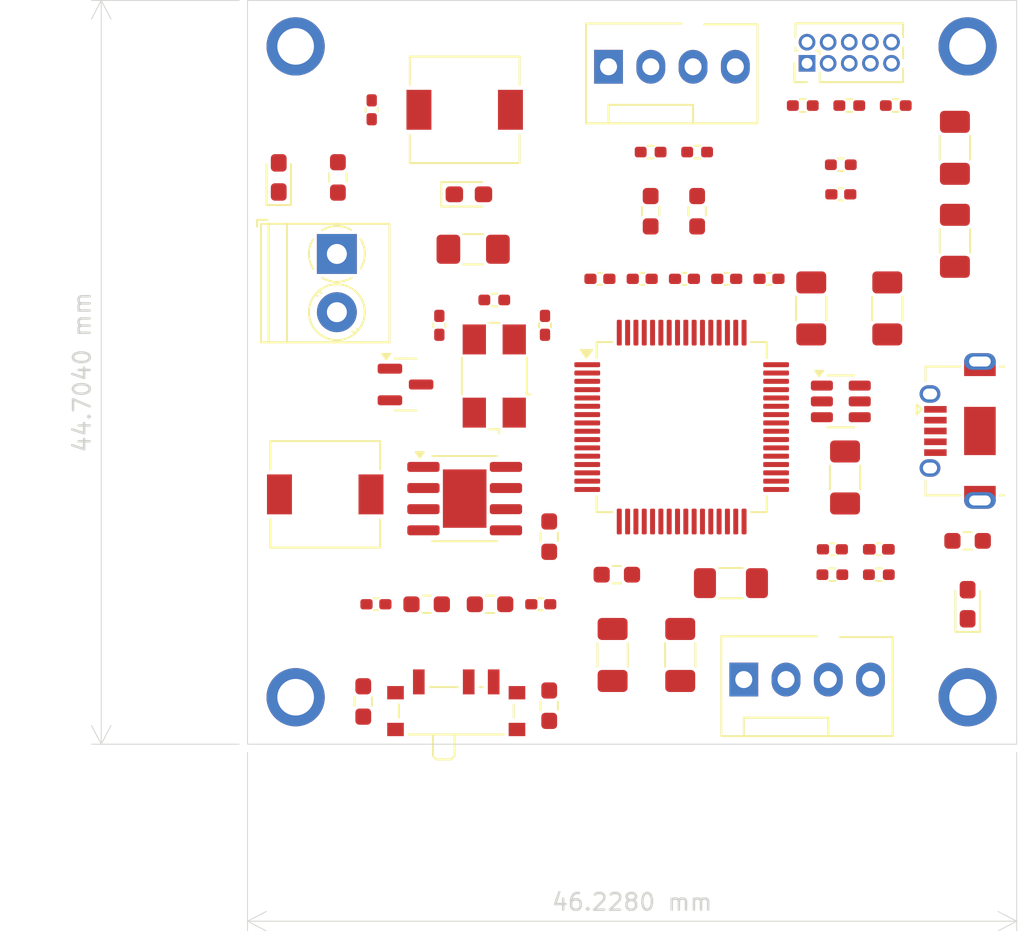
<source format=kicad_pcb>
(kicad_pcb (version 20240108) (generator "pcbnew") (generator_version "8.0")
  (layers (0 "F.Cu" signal) (1 "In1.Cu" power) (2 "In2.Cu" power) (31 "B.Cu" signal) (34 "B.Paste" user) (35 "F.Paste" user) (36 "B.SilkS" user "B.Silkscreen") (37 "F.SilkS" user "F.Silkscreen") (38 "B.Mask" user) (39 "F.Mask" user) (44 "Edge.Cuts" user))
  (net 0 "")
  (net 1 "Net-(U1-VCAP_1)")
  (net 2 "GND")
  (net 3 "Net-(U1-VCAP_2)")
  (net 4 "HSE_IN")
  (net 5 "+3.3VA")
  (net 6 "Net-(C11-Pad1)")
  (net 7 "Net-(C13-Pad2)")
  (net 8 "Buck_COMP")
  (net 9 "Buck_SS")
  (net 10 "Buck_IN")
  (net 11 "Net-(U2-SW)")
  (net 12 "Net-(U2-BS)")
  (net 13 "Net-(J5-~{RESET})")
  (net 14 "Net-(D2-K)")
  (net 15 "LED_STATUS")
  (net 16 "Net-(D3-K)")
  (net 17 "P,+12")
  (net 18 "Net-(Q1-D)")
  (net 20 "USB_Conn_D+")
  (net 21 "USB_Conn_D-")
  (net 23 "Net-(J3-Pin_2)")
  (net 24 "Net-(J3-Pin_3)")
  (net 25 "Net-(J4-Pin_2)")
  (net 26 "Net-(J4-Pin_3)")
  (net 28 "Net-(J5-SWO{slash}TDO)")
  (net 29 "Net-(J5-SWDIO{slash}TMS)")
  (net 30 "Net-(J5-SWCLK{slash}TCK)")
  (net 32 "BOOT0")
  (net 33 "Net-(SW1-B)")
  (net 34 "I2C1_SCL")
  (net 35 "Buck_EN")
  (net 36 "HSE_OUT")
  (net 37 "I2C1_SDA")
  (net 38 "USART3_TX")
  (net 39 "USART3_RX")
  (net 40 "Buck_FB")
  (net 41 "SWCLK")
  (net 42 "SWDIO")
  (net 43 "SWO")
  (net 44 "NRST")
  (net 45 "USB_D+")
  (net 72 "USB_D-")
  (footprint "MountingHole:MountingHole_2.2mm_M2_ISO7380_Pad" (layer "F.Cu") (at 133.604 73.914)
    (property "Reference" "H2" (hide yes))
    (property "Value" "MountingHole_Pad" (hide yes))
    (pad "1" thru_hole circle (at 0 0) (size 3.5 3.5) (drill 2.2) (layers "*.Cu" "*.Mask") (net 2 "GND"))
  )
  (footprint "Resistor_SMD:R_0603_1608Metric_Pad0.98x0.95mm_HandSolder" (layer "F.Cu") (at 173.99 103.632)
    (property "Reference" "R1" (hide yes))
    (property "Value" "1k5")
    (pad "1" smd roundrect (at -0.9125 0) (size 0.975 0.95) (layers "F.Cu" "F.Paste" "F.Mask") (net 14 "Net-(D2-K)"))
    (pad "2" smd roundrect (at 0.9125 0) (size 0.975 0.95) (layers "F.Cu" "F.Paste" "F.Mask") (net 2 "GND"))
  )
  (footprint "TerminalBlock_Phoenix:TerminalBlock_Phoenix_PT-1,5-2-3.5-H_1x02_P3.50mm_Horizontal" (layer "F.Cu") (at 136.082 86.388 -90)
    (property "Reference" "J1" (hide yes))
    (property "Value" "Screw_Terminal_01x02" (hide yes))
    (pad "1" thru_hole rect (at 0 0 270) (size 2.4 2.4) (drill 1.2) (layers "*.Cu" "*.Mask") (net 17 "P,+12"))
    (pad "2" thru_hole circle (at 3.5 0 270) (size 2.4 2.4) (drill 1.2) (layers "*.Cu" "*.Mask") (net 2 "GND"))
  )
  (footprint "Inductor_SMD:L_6.3x6.3_H3" (layer "F.Cu") (at 135.382 100.838)
    (property "Reference" "FB1" (hide yes))
    (property "Value" "600 @ 600MHz")
    (pad "1" smd rect (at -2.75 0) (size 1.5 2.4) (layers "F.Cu" "F.Paste" "F.Mask") (net 10 "Buck_IN"))
    (pad "2" smd rect (at 2.75 0) (size 1.5 2.4) (layers "F.Cu" "F.Paste" "F.Mask") (net 10 "Buck_IN"))
  )
  (footprint "Resistor_SMD:R_0402_1005Metric_Pad0.72x0.64mm_HandSolder" (layer "F.Cu") (at 145.542 89.154)
    (property "Reference" "R6" (hide yes))
    (property "Value" "47")
    (pad "1" smd roundrect (at -0.5975 0) (size 0.715 0.64) (layers "F.Cu" "F.Paste" "F.Mask") (net 36 "HSE_OUT"))
    (pad "2" smd roundrect (at 0.5975 0) (size 0.715 0.64) (layers "F.Cu" "F.Paste" "F.Mask") (net 6 "Net-(C11-Pad1)"))
  )
  (footprint "LED_SMD:LED_0603_1608Metric_Pad1.05x0.95mm_HandSolder" (layer "F.Cu") (at 132.588 81.788 90)
    (property "Reference" "D3" (hide yes))
    (property "Value" "LED_Small" (hide yes))
    (pad "1" smd roundrect (at -0.875 0 90) (size 1.05 0.95) (layers "F.Cu" "F.Paste" "F.Mask") (net 16 "Net-(D3-K)"))
    (pad "2" smd roundrect (at 0.875 0 90) (size 1.05 0.95) (layers "F.Cu" "F.Paste" "F.Mask") (net 5 "+3.3VA"))
  )
  (footprint "Inductor_SMD:L_6.3x6.3_H3" (layer "F.Cu") (at 143.764 77.724)
    (property "Reference" "L2" (hide yes))
    (property "Value" "15u")
    (pad "1" smd rect (at -2.75 0) (size 1.5 2.4) (layers "F.Cu" "F.Paste" "F.Mask") (net 11 "Net-(U2-SW)"))
    (pad "2" smd rect (at 2.75 0) (size 1.5 2.4) (layers "F.Cu" "F.Paste" "F.Mask") (net 5 "+3.3VA"))
  )
  (footprint "Resistor_SMD:R_0603_1608Metric_Pad0.98x0.95mm_HandSolder" (layer "F.Cu") (at 152.908 105.664)
    (property "Reference" "R13" (hide yes))
    (property "Value" "31k25")
    (pad "1" smd roundrect (at -0.9125 0) (size 0.975 0.95) (layers "F.Cu" "F.Paste" "F.Mask") (net 40 "Buck_FB"))
    (pad "2" smd roundrect (at 0.9125 0) (size 0.975 0.95) (layers "F.Cu" "F.Paste" "F.Mask") (net 5 "+3.3VA"))
  )
  (footprint "Package_TO_SOT_SMD:SOT-23-6" (layer "F.Cu") (at 166.37 95.25)
    (property "Reference" "U3" (hide yes))
    (property "Value" "USBLC6-2SC6" (hide yes))
    (pad "1" smd roundrect (at -1.1375 -0.95) (size 1.325 0.6) (layers "F.Cu" "F.Paste" "F.Mask") (net 21 "USB_Conn_D-"))
    (pad "2" smd roundrect (at -1.1375 0) (size 1.325 0.6) (layers "F.Cu" "F.Paste" "F.Mask") (net 2 "GND"))
    (pad "3" smd roundrect (at -1.1375 0.95) (size 1.325 0.6) (layers "F.Cu" "F.Paste" "F.Mask") (net 20 "USB_Conn_D+"))
    (pad "4" smd roundrect (at 1.1375 0.95) (size 1.325 0.6) (layers "F.Cu" "F.Paste" "F.Mask") (net 45 "USB_D+"))
    (pad "5" smd roundrect (at 1.1375 0) (size 1.325 0.6) (layers "F.Cu" "F.Paste" "F.Mask") (net 5 "+3.3VA"))
    (pad "6" smd roundrect (at 1.1375 -0.95) (size 1.325 0.6) (layers "F.Cu" "F.Paste" "F.Mask") (net 72 "USB_D-"))
  )
  (footprint "Resistor_SMD:R_0402_1005Metric_Pad0.72x0.64mm_HandSolder" (layer "F.Cu") (at 168.656 105.664)
    (property "Reference" "R12" (hide yes))
    (property "Value" "22")
    (pad "1" smd roundrect (at -0.5975 0) (size 0.715 0.64) (layers "F.Cu" "F.Paste" "F.Mask") (net 26 "Net-(J4-Pin_3)"))
    (pad "2" smd roundrect (at 0.5975 0) (size 0.715 0.64) (layers "F.Cu" "F.Paste" "F.Mask") (net 39 "USART3_RX"))
  )
  (footprint "Capacitor_SMD:C_1206_3216Metric_Pad1.33x1.80mm_HandSolder" (layer "F.Cu") (at 166.624 99.822 -90)
    (property "Reference" "C10" (hide yes))
    (property "Value" "1u")
    (pad "1" smd roundrect (at -1.5625 0 270) (size 1.325 1.8) (layers "F.Cu" "F.Paste" "F.Mask") (roundrect_rratio 0.188679) (net 5 "+3.3VA"))
    (pad "2" smd roundrect (at 1.5625 0 270) (size 1.325 1.8) (layers "F.Cu" "F.Paste" "F.Mask") (roundrect_rratio 0.188679) (net 2 "GND"))
  )
  (footprint "Connector_USB:USB_Micro-AB_Molex_47590-0001" (layer "F.Cu") (at 174.73 97.028 90)
    (property "Reference" "J2" (hide yes))
    (property "Value" "USB_B_Micro" (hide yes))
    (pad "1" smd rect (at 1.3 -2.675 90) (size 0.4 1.35) (layers "F.Cu" "F.Paste" "F.Mask") (net 5 "+3.3VA"))
    (pad "2" smd rect (at 0.65 -2.675 90) (size 0.4 1.35) (layers "F.Cu" "F.Paste" "F.Mask") (net 21 "USB_Conn_D-"))
    (pad "3" smd rect (at 0 -2.675 90) (size 0.4 1.35) (layers "F.Cu" "F.Paste" "F.Mask") (net 20 "USB_Conn_D+"))
    (pad "4" smd rect (at -0.65 -2.675 90) (size 0.4 1.35) (layers "F.Cu" "F.Paste" "F.Mask"))
    (pad "5" smd rect (at -1.3 -2.675 90) (size 0.4 1.35) (layers "F.Cu" "F.Paste" "F.Mask") (net 2 "GND"))
    (pad "6" thru_hole oval (at -4.175 0 90) (size 1 1.9) (drill oval 0.6 1.3) (layers "*.Cu" "*.Mask"))
    (pad "6" smd rect (at -3.7375 0 90) (size 0.875 1.9) (layers "F.Cu" "F.Mask"))
    (pad "6" thru_hole oval (at -2.225 -3 90) (size 1.05 1.25) (drill oval 0.65 0.85) (layers "*.Cu" "*.Mask"))
    (pad "6" smd rect (at 0 0 90) (size 2.9 1.9) (layers "F.Cu" "F.Paste" "F.Mask"))
    (pad "6" thru_hole oval (at 2.225 -3 90) (size 1.05 1.25) (drill oval 0.65 0.85) (layers "*.Cu" "*.Mask"))
    (pad "6" smd rect (at 3.7375 0 90) (size 0.875 1.9) (layers "F.Cu" "F.Mask"))
    (pad "6" thru_hole oval (at 4.175 0 90) (size 1 1.9) (drill oval 0.6 1.3) (layers "*.Cu" "*.Mask"))
  )
  (footprint "Capacitor_SMD:C_1206_3216Metric_Pad1.33x1.80mm_HandSolder" (layer "F.Cu") (at 156.718 110.49 -90)
    (property "Reference" "C16" (hide yes))
    (property "Value" "10u")
    (pad "1" smd roundrect (at -1.5625 0 270) (size 1.325 1.8) (layers "F.Cu" "F.Paste" "F.Mask") (roundrect_rratio 0.188679) (net 10 "Buck_IN"))
    (pad "2" smd roundrect (at 1.5625 0 270) (size 1.325 1.8) (layers "F.Cu" "F.Paste" "F.Mask") (roundrect_rratio 0.188679) (net 2 "GND"))
  )
  (footprint "Capacitor_SMD:C_0402_1005Metric_Pad0.74x0.62mm_HandSolder" (layer "F.Cu") (at 138.43 107.442)
    (property "Reference" "C13" (hide yes))
    (property "Value" "4n7")
    (pad "1" smd roundrect (at -0.5675 0) (size 0.735 0.62) (layers "F.Cu" "F.Paste" "F.Mask") (net 8 "Buck_COMP"))
    (pad "2" smd roundrect (at 0.5675 0) (size 0.735 0.62) (layers "F.Cu" "F.Paste" "F.Mask") (net 7 "Net-(C13-Pad2)"))
  )
  (footprint "Resistor_SMD:R_0603_1608Metric_Pad0.98x0.95mm_HandSolder" (layer "F.Cu") (at 148.844 113.538 90)
    (property "Reference" "R2" (hide yes))
    (property "Value" "10k")
    (pad "1" smd roundrect (at -0.9125 0 90) (size 0.975 0.95) (layers "F.Cu" "F.Paste" "F.Mask") (net 32 "BOOT0"))
    (pad "2" smd roundrect (at 0.9125 0 90) (size 0.975 0.95) (layers "F.Cu" "F.Paste" "F.Mask") (net 33 "Net-(SW1-B)"))
  )
  (footprint "Capacitor_SMD:C_0402_1005Metric_Pad0.74x0.62mm_HandSolder" (layer "F.Cu") (at 148.59 90.678 90)
    (property "Reference" "C11" (hide yes))
    (property "Value" "12p")
    (pad "1" smd roundrect (at -0.5675 0 90) (size 0.735 0.62) (layers "F.Cu" "F.Paste" "F.Mask") (net 6 "Net-(C11-Pad1)"))
    (pad "2" smd roundrect (at 0.5675 0 90) (size 0.735 0.62) (layers "F.Cu" "F.Paste" "F.Mask") (net 2 "GND"))
  )
  (footprint "Resistor_SMD:R_0402_1005Metric_Pad0.72x0.64mm_HandSolder" (layer "F.Cu") (at 164.084 77.47)
    (property "Reference" "R15" (hide yes))
    (property "Value" "22")
    (pad "1" smd roundrect (at -0.5975 0) (size 0.715 0.64) (layers "F.Cu" "F.Paste" "F.Mask") (net 41 "SWCLK"))
    (pad "2" smd roundrect (at 0.5975 0) (size 0.715 0.64) (layers "F.Cu" "F.Paste" "F.Mask") (net 30 "Net-(J5-SWCLK{slash}TCK)"))
  )
  (footprint "Capacitor_SMD:C_0402_1005Metric_Pad0.74x0.62mm_HandSolder" (layer "F.Cu") (at 142.24 90.678 90)
    (property "Reference" "C9" (hide yes))
    (property "Value" "12p")
    (pad "1" smd roundrect (at -0.5675 0 90) (size 0.735 0.62) (layers "F.Cu" "F.Paste" "F.Mask") (net 4 "HSE_IN"))
    (pad "2" smd roundrect (at 0.5675 0 90) (size 0.735 0.62) (layers "F.Cu" "F.Paste" "F.Mask") (net 2 "GND"))
  )
  (footprint "Connector:FanPinHeader_1x04_P2.54mm_Vertical" (layer "F.Cu") (at 152.41 75.138)
    (property "Reference" "J3" (hide yes))
    (property "Value" "Conn_01x04" (hide yes))
    (pad "" np_thru_hole circle (at 5.08 -2.16 90) (size 1.1 1.1) (drill 1.1) (layers "*.Cu" "*.Mask"))
    (pad "1" thru_hole rect (at 0 0 90) (size 2.03 1.73) (drill 1.02) (layers "*.Cu" "*.Mask") (net 5 "+3.3VA"))
    (pad "2" thru_hole oval (at 2.54 0 90) (size 2.03 1.73) (drill 1.02) (layers "*.Cu" "*.Mask") (net 23 "Net-(J3-Pin_2)"))
    (pad "3" thru_hole oval (at 5.08 0 90) (size 2.03 1.73) (drill 1.02) (layers "*.Cu" "*.Mask") (net 24 "Net-(J3-Pin_3)"))
    (pad "4" thru_hole oval (at 7.62 0 90) (size 2.03 1.73) (drill 1.02) (layers "*.Cu" "*.Mask") (net 2 "GND"))
  )
  (footprint "Resistor_SMD:R_0402_1005Metric_Pad0.72x0.64mm_HandSolder" (layer "F.Cu") (at 154.94 80.264)
    (property "Reference" "R9" (hide yes))
    (property "Value" "22")
    (pad "1" smd roundrect (at -0.5975 0) (size 0.715 0.64) (layers "F.Cu" "F.Paste" "F.Mask") (net 34 "I2C1_SCL"))
    (pad "2" smd roundrect (at 0.5975 0) (size 0.715 0.64) (layers "F.Cu" "F.Paste" "F.Mask") (net 23 "Net-(J3-Pin_2)"))
  )
  (footprint "Crystal:Crystal_SMD_0603-4Pin_6.0x3.5mm" (layer "F.Cu") (at 145.542 93.726 90)
    (property "Reference" "Y1" (hide yes))
    (property "Value" "16MHz")
    (pad "1" smd rect (at -2.2 1.2 90) (size 1.8 1.4) (layers "F.Cu" "F.Paste" "F.Mask") (net 4 "HSE_IN"))
    (pad "2" smd rect (at 2.2 1.2 90) (size 1.8 1.4) (layers "F.Cu" "F.Paste" "F.Mask") (net 2 "GND"))
    (pad "3" smd rect (at 2.2 -1.2 90) (size 1.8 1.4) (layers "F.Cu" "F.Paste" "F.Mask") (net 6 "Net-(C11-Pad1)"))
    (pad "4" smd rect (at -2.2 -1.2 90) (size 1.8 1.4) (layers "F.Cu" "F.Paste" "F.Mask") (net 2 "GND"))
  )
  (footprint "Inductor_SMD:L_0402_1005Metric_Pad0.77x0.64mm_HandSolder" (layer "F.Cu") (at 168.656 104.14 180)
    (property "Reference" "L1" (hide yes))
    (property "Value" "39n" (hide yes))
    (pad "1" smd roundrect (at -0.5725 0 180) (size 0.765 0.64) (layers "F.Cu" "F.Paste" "F.Mask") (net 5 "+3.3VA"))
    (pad "2" smd roundrect (at 0.5725 0 180) (size 0.765 0.64) (layers "F.Cu" "F.Paste" "F.Mask") (net 5 "+3.3VA"))
  )
  (footprint "Capacitor_SMD:C_1206_3216Metric_Pad1.33x1.80mm_HandSolder" (layer "F.Cu") (at 152.654 110.49 -90)
    (property "Reference" "C15" (hide yes))
    (property "Value" "10u")
    (pad "1" smd roundrect (at -1.5625 0 270) (size 1.325 1.8) (layers "F.Cu" "F.Paste" "F.Mask") (roundrect_rratio 0.188679) (net 10 "Buck_IN"))
    (pad "2" smd roundrect (at 1.5625 0 270) (size 1.325 1.8) (layers "F.Cu" "F.Paste" "F.Mask") (roundrect_rratio 0.188679) (net 2 "GND"))
  )
  (footprint "Resistor_SMD:R_0603_1608Metric_Pad0.98x0.95mm_HandSolder" (layer "F.Cu") (at 137.668 113.284 -90)
    (property "Reference" "R8" (hide yes))
    (property "Value" "7k5")
    (pad "1" smd roundrect (at -0.9125 0 270) (size 0.975 0.95) (layers "F.Cu" "F.Paste" "F.Mask") (net 2 "GND"))
    (pad "2" smd roundrect (at 0.9125 0 270) (size 0.975 0.95) (layers "F.Cu" "F.Paste" "F.Mask") (net 7 "Net-(C13-Pad2)"))
  )
  (footprint "Connector_PinHeader_1.27mm:PinHeader_2x05_P1.27mm_Vertical" (layer "F.Cu") (at 164.338 74.93 90)
    (property "Reference" "J5" (hide yes))
    (property "Value" "Conn_ARM_JTAG_SWD_10" (hide yes))
    (pad "1" thru_hole rect (at 0 0 90) (size 1 1) (drill 0.65) (layers "*.Cu" "*.Mask") (net 5 "+3.3VA"))
    (pad "2" thru_hole oval (at 1.27 0 90) (size 1 1) (drill 0.65) (layers "*.Cu" "*.Mask") (net 29 "Net-(J5-SWDIO{slash}TMS)"))
    (pad "3" thru_hole oval (at 0 1.27 90) (size 1 1) (drill 0.65) (layers "*.Cu" "*.Mask") (net 2 "GND"))
    (pad "4" thru_hole oval (at 1.27 1.27 90) (size 1 1) (drill 0.65) (layers "*.Cu" "*.Mask") (net 30 "Net-(J5-SWCLK{slash}TCK)"))
    (pad "5" thru_hole oval (at 0 2.54 90) (size 1 1) (drill 0.65) (layers "*.Cu" "*.Mask") (net 2 "GND"))
    (pad "6" thru_hole oval (at 1.27 2.54 90) (size 1 1) (drill 0.65) (layers "*.Cu" "*.Mask") (net 28 "Net-(J5-SWO{slash}TDO)"))
    (pad "7" thru_hole oval (at 0 3.81 90) (size 1 1) (drill 0.65) (layers "*.Cu" "*.Mask"))
    (pad "8" thru_hole oval (at 1.27 3.81 90) (size 1 1) (drill 0.65) (layers "*.Cu" "*.Mask"))
    (pad "9" thru_hole oval (at 0 5.08 90) (size 1 1) (drill 0.65) (layers "*.Cu" "*.Mask") (net 2 "GND"))
    (pad "10" thru_hole oval (at 1.27 5.08 90) (size 1 1) (drill 0.65) (layers "*.Cu" "*.Mask") (net 13 "Net-(J5-~{RESET})"))
  )
  (footprint "Resistor_SMD:R_0402_1005Metric_Pad0.72x0.64mm_HandSolder" (layer "F.Cu") (at 165.862 105.664)
    (property "Reference" "R11" (hide yes))
    (property "Value" "22")
    (pad "1" smd roundrect (at -0.5975 0) (size 0.715 0.64) (layers "F.Cu" "F.Paste" "F.Mask") (net 25 "Net-(J4-Pin_2)"))
    (pad "2" smd roundrect (at 0.5975 0) (size 0.715 0.64) (layers "F.Cu" "F.Paste" "F.Mask") (net 38 "USART3_TX"))
  )
  (footprint "Capacitor_SMD:C_0402_1005Metric_Pad0.74x0.62mm_HandSolder" (layer "F.Cu") (at 156.972 87.884)
    (property "Reference" "C5" (hide yes))
    (property "Value" "100n")
    (pad "1" smd roundrect (at -0.5675 0) (size 0.735 0.62) (layers "F.Cu" "F.Paste" "F.Mask") (net 5 "+3.3VA"))
    (pad "2" smd roundrect (at 0.5675 0) (size 0.735 0.62) (layers "F.Cu" "F.Paste" "F.Mask") (net 2 "GND"))
  )
  (footprint "Capacitor_SMD:C_1206_3216Metric_Pad1.33x1.80mm_HandSolder" (layer "F.Cu") (at 164.592 89.662 90)
    (property "Reference" "C3" (hide yes))
    (property "Value" "2u2")
    (pad "1" smd roundrect (at -1.5625 0 90) (size 1.325 1.8) (layers "F.Cu" "F.Paste" "F.Mask") (roundrect_rratio 0.188679) (net 3 "Net-(U1-VCAP_2)"))
    (pad "2" smd roundrect (at 1.5625 0 90) (size 1.325 1.8) (layers "F.Cu" "F.Paste" "F.Mask") (roundrect_rratio 0.188679) (net 2 "GND"))
  )
  (footprint "Resistor_SMD:R_0603_1608Metric_Pad0.98x0.95mm_HandSolder" (layer "F.Cu") (at 136.144 81.788 90)
    (property "Reference" "R19" (hide yes))
    (property "Value" "1k")
    (pad "1" smd roundrect (at -0.9125 0 90) (size 0.975 0.95) (layers "F.Cu" "F.Paste" "F.Mask") (net 2 "GND"))
    (pad "2" smd roundrect (at 0.9125 0 90) (size 0.975 0.95) (layers "F.Cu" "F.Paste" "F.Mask") (net 16 "Net-(D3-K)"))
  )
  (footprint "MountingHole:MountingHole_2.2mm_M2_ISO7380_Pad" (layer "F.Cu") (at 173.99 113.03)
    (property "Reference" "H3" (hide yes))
    (property "Value" "MountingHole_Pad" (hide yes))
    (pad "1" thru_hole circle (at 0 0) (size 3.5 3.5) (drill 2.2) (layers "*.Cu" "*.Mask") (net 2 "GND"))
  )
  (footprint "MountingHole:MountingHole_2.2mm_M2_ISO7380_Pad" (layer "F.Cu") (at 133.604 113.03)
    (property "Reference" "H4" (hide yes))
    (property "Value" "MountingHole_Pad" (hide yes))
    (pad "1" thru_hole circle (at 0 0) (size 3.5 3.5) (drill 2.2) (layers "*.Cu" "*.Mask") (net 2 "GND"))
  )
  (footprint "Resistor_SMD:R_0402_1005Metric_Pad0.72x0.64mm_HandSolder" (layer "F.Cu") (at 169.672 77.47)
    (property "Reference" "R17" (hide yes))
    (property "Value" "22")
    (pad "1" smd roundrect (at -0.5975 0) (size 0.715 0.64) (layers "F.Cu" "F.Paste" "F.Mask") (net 43 "SWO"))
    (pad "2" smd roundrect (at 0.5975 0) (size 0.715 0.64) (layers "F.Cu" "F.Paste" "F.Mask") (net 28 "Net-(J5-SWO{slash}TDO)"))
  )
  (footprint "Resistor_SMD:R_0603_1608Metric_Pad0.98x0.95mm_HandSolder" (layer "F.Cu") (at 141.478 107.442)
    (property "Reference" "R4" (hide yes))
    (property "Value" "100k")
    (pad "1" smd roundrect (at -0.9125 0) (size 0.975 0.95) (layers "F.Cu" "F.Paste" "F.Mask") (net 35 "Buck_EN"))
    (pad "2" smd roundrect (at 0.9125 0) (size 0.975 0.95) (layers "F.Cu" "F.Paste" "F.Mask") (net 10 "Buck_IN"))
  )
  (footprint "Resistor_SMD:R_0402_1005Metric_Pad0.72x0.64mm_HandSolder" (layer "F.Cu") (at 157.734 80.264)
    (property "Reference" "R10" (hide yes))
    (property "Value" "22")
    (pad "1" smd roundrect (at -0.5975 0) (size 0.715 0.64) (layers "F.Cu" "F.Paste" "F.Mask") (net 24 "Net-(J3-Pin_3)"))
    (pad "2" smd roundrect (at 0.5975 0) (size 0.715 0.64) (layers "F.Cu" "F.Paste" "F.Mask") (net 37 "I2C1_SDA"))
  )
  (footprint "Resistor_SMD:R_0603_1608Metric_Pad0.98x0.95mm_HandSolder" (layer "F.Cu") (at 148.844 103.378 90)
    (property "Reference" "R14" (hide yes))
    (property "Value" "10k")
    (pad "1" smd roundrect (at -0.9125 0 90) (size 0.975 0.95) (layers "F.Cu" "F.Paste" "F.Mask") (net 2 "GND"))
    (pad "2" smd roundrect (at 0.9125 0 90) (size 0.975 0.95) (layers "F.Cu" "F.Paste" "F.Mask") (net 40 "Buck_FB"))
  )
  (footprint "Button_Switch_SMD:SW_SPDT_PCM12" (layer "F.Cu") (at 143.256 113.538)
    (property "Reference" "SW1" (hide yes))
    (property "Value" "SW_SPDT" (hide yes))
    (pad "" smd rect (at -3.65 -0.78) (size 1 0.8) (layers "F.Cu" "F.Paste" "F.Mask"))
    (pad "" smd rect (at -3.65 1.43) (size 1 0.8) (layers "F.Cu" "F.Paste" "F.Mask"))
    (pad "" np_thru_hole circle (at -1.5 0.33) (size 0.9 0.9) (drill 0.9) (layers "*.Cu" "*.Mask"))
    (pad "" np_thru_hole circle (at 1.5 0.33) (size 0.9 0.9) (drill 0.9) (layers "*.Cu" "*.Mask"))
    (pad "" smd rect (at 3.65 -0.78) (size 1 0.8) (layers "F.Cu" "F.Paste" "F.Mask"))
    (pad "" smd rect (at 3.65 1.43) (size 1 0.8) (layers "F.Cu" "F.Paste" "F.Mask"))
    (pad "1" smd rect (at -2.25 -1.43) (size 0.7 1.5) (layers "F.Cu" "F.Paste" "F.Mask") (net 5 "+3.3VA"))
    (pad "2" smd rect (at 0.75 -1.43) (size 0.7 1.5) (layers "F.Cu" "F.Paste" "F.Mask") (net 33 "Net-(SW1-B)"))
    (pad "3" smd rect (at 2.25 -1.43) (size 0.7 1.5) (layers "F.Cu" "F.Paste" "F.Mask") (net 2 "GND"))
  )
  (footprint "Capacitor_SMD:C_0402_1005Metric_Pad0.74x0.62mm_HandSolder" (layer "F.Cu") (at 162.052 87.884)
    (property "Reference" "C7" (hide yes))
    (property "Value" "100n")
    (pad "1" smd roundrect (at -0.5675 0) (size 0.735 0.62) (layers "F.Cu" "F.Paste" "F.Mask") (net 5 "+3.3VA"))
    (pad "2" smd roundrect (at 0.5675 0) (size 0.735 0.62) (layers "F.Cu" "F.Paste" "F.Mask") (net 2 "GND"))
  )
  (footprint "Capacitor_SMD:C_0402_1005Metric_Pad0.74x0.62mm_HandSolder" (layer "F.Cu") (at 166.37 82.804)
    (property "Reference" "C19" (hide yes))
    (property "Value" "5n")
    (pad "1" smd roundrect (at -0.5675 0) (size 0.735 0.62) (layers "F.Cu" "F.Paste" "F.Mask") (net 13 "Net-(J5-~{RESET})"))
    (pad "2" smd roundrect (at 0.5675 0) (size 0.735 0.62) (layers "F.Cu" "F.Paste" "F.Mask") (net 2 "GND"))
  )
  (footprint "Capacitor_SMD:C_1206_3216Metric_Pad1.33x1.80mm_HandSolder" (layer "F.Cu") (at 173.228 80.01 90)
    (property "Reference" "C18" (hide yes))
    (property "Value" "22u")
    (pad "1" smd roundrect (at -1.5625 0 90) (size 1.325 1.8) (layers "F.Cu" "F.Paste" "F.Mask") (roundrect_rratio 0.188679) (net 5 "+3.3VA"))
    (pad "2" smd roundrect (at 1.5625 0 90) (size 1.325 1.8) (layers "F.Cu" "F.Paste" "F.Mask") (roundrect_rratio 0.188679) (net 2 "GND"))
  )
  (footprint "Package_TO_SOT_SMD:SOT-23" (layer "F.Cu") (at 140.208 94.234)
    (property "Reference" "Q1" (hide yes))
    (property "Value" "AO3401A")
    (pad "1" smd roundrect (at -0.9375 -0.95) (size 1.475 0.6) (layers "F.Cu" "F.Paste" "F.Mask") (net 2 "GND"))
    (pad "2" smd roundrect (at -0.9375 0.95) (size 1.475 0.6) (layers "F.Cu" "F.Paste" "F.Mask") (net 10 "Buck_IN"))
    (pad "3" smd roundrect (at 0.9375 0) (size 1.475 0.6) (layers "F.Cu" "F.Paste" "F.Mask") (net 18 "Net-(Q1-D)"))
  )
  (footprint "Capacitor_SMD:C_0402_1005Metric_Pad0.74x0.62mm_HandSolder" (layer "F.Cu") (at 165.862 104.14)
    (property "Reference" "C12" (hide yes))
    (property "Value" "10n" (hide yes))
    (pad "1" smd roundrect (at -0.5675 0) (size 0.735 0.62) (layers "F.Cu" "F.Paste" "F.Mask") (net 5 "+3.3VA"))
    (pad "2" smd roundrect (at 0.5675 0) (size 0.735 0.62) (layers "F.Cu" "F.Paste" "F.Mask") (net 2 "GND"))
  )
  (footprint "Diode_SMD:D_0603_1608Metric_Pad1.05x0.95mm_HandSolder" (layer "F.Cu") (at 144.018 82.804)
    (property "Reference" "D1" (hide yes))
    (property "Value" "D_Schottky_Small")
    (pad "1" smd roundrect (at -0.875 0) (size 1.05 0.95) (layers "F.Cu" "F.Paste" "F.Mask") (net 10 "Buck_IN"))
    (pad "2" smd roundrect (at 0.875 0) (size 1.05 0.95) (layers "F.Cu" "F.Paste" "F.Mask") (net 5 "+3.3VA"))
  )
  (footprint "Resistor_SMD:R_0402_1005Metric_Pad0.72x0.64mm_HandSolder" (layer "F.Cu") (at 166.37 81.026)
    (property "Reference" "R18" (hide yes))
    (property "Value" "22")
    (pad "1" smd roundrect (at -0.5975 0) (size 0.715 0.64) (layers "F.Cu" "F.Paste" "F.Mask") (net 44 "NRST"))
    (pad "2" smd roundrect (at 0.5975 0) (size 0.715 0.64) (layers "F.Cu" "F.Paste" "F.Mask") (net 13 "Net-(J5-~{RESET})"))
  )
  (footprint "Capacitor_SMD:C_0402_1005Metric_Pad0.74x0.62mm_HandSolder" (layer "F.Cu") (at 154.432 87.884)
    (property "Reference" "C8" (hide yes))
    (property "Value" "100n")
    (pad "1" smd roundrect (at -0.5675 0) (size 0.735 0.62) (layers "F.Cu" "F.Paste" "F.Mask") (net 5 "+3.3VA"))
    (pad "2" smd roundrect (at 0.5675 0) (size 0.735 0.62) (layers "F.Cu" "F.Paste" "F.Mask") (net 2 "GND"))
  )
  (footprint "Fuse:Fuse_1206_3216Metric_Pad1.42x1.75mm_HandSolder" (layer "F.Cu") (at 144.272 86.106)
    (property "Reference" "F1" (hide yes))
    (property "Value" "500mA")
    (pad "1" smd roundrect (at -1.4875 0) (size 1.425 1.75) (layers "F.Cu" "F.Paste" "F.Mask") (roundrect_rratio 0.175439) (net 17 "P,+12"))
    (pad "2" smd roundrect (at 1.4875 0) (size 1.425 1.75) (layers "F.Cu" "F.Paste" "F.Mask") (roundrect_rratio 0.175439) (net 18 "Net-(Q1-D)"))
  )
  (footprint "Resistor_SMD:R_0603_1608Metric_Pad0.98x0.95mm_HandSolder" (layer "F.Cu") (at 145.288 107.442)
    (property "Reference" "R5" (hide yes))
    (property "Value" "68k")
    (pad "1" smd roundrect (at -0.9125 0) (size 0.975 0.95) (layers "F.Cu" "F.Paste" "F.Mask") (net 2 "GND"))
    (pad "2" smd roundrect (at 0.9125 0) (size 0.975 0.95) (layers "F.Cu" "F.Paste" "F.Mask") (net 35 "Buck_EN"))
  )
  (footprint "Resistor_SMD:R_0402_1005Metric_Pad0.72x0.64mm_HandSolder" (layer "F.Cu") (at 166.878 77.47)
    (property "Reference" "R16" (hide yes))
    (property "Value" "22")
    (pad "1" smd roundrect (at -0.5975 0) (size 0.715 0.64) (layers "F.Cu" "F.Paste" "F.Mask") (net 42 "SWDIO"))
    (pad "2" smd roundrect (at 0.5975 0) (size 0.715 0.64) (layers "F.Cu" "F.Paste" "F.Mask") (net 29 "Net-(J5-SWDIO{slash}TMS)"))
  )
  (footprint "Package_QFP:LQFP-64_10x10mm_P0.5mm" (layer "F.Cu") (at 156.805 96.794)
    (property "Reference" "U1" (hide yes))
    (property "Value" "STM32F405RGT6")
    (pad "1" smd roundrect (at -5.675 -3.75) (size 1.55 0.3) (layers "F.Cu" "F.Paste" "F.Mask") (net 5 "+3.3VA"))
    (pad "2" smd roundrect (at -5.675 -3.25) (size 1.55 0.3) (layers "F.Cu" "F.Paste" "F.Mask"))
    (pad "3" smd roundrect (at -5.675 -2.75) (size 1.55 0.3) (layers "F.Cu" "F.Paste" "F.Mask"))
    (pad "4" smd roundrect (at -5.675 -2.25) (size 1.55 0.3) (layers "F.Cu" "F.Paste" "F.Mask"))
    (pad "5" smd roundrect (at -5.675 -1.75) (size 1.55 0.3) (layers "F.Cu" "F.Paste" "F.Mask") (net 4 "HSE_IN"))
    (pad "6" smd roundrect (at -5.675 -1.25) (size 1.55 0.3) (layers "F.Cu" "F.Paste" "F.Mask") (net 36 "HSE_OUT"))
    (pad "7" smd roundrect (at -5.675 -0.75) (size 1.55 0.3) (layers "F.Cu" "F.Paste" "F.Mask") (net 44 "NRST"))
    (pad "8" smd roundrect (at -5.675 -0.25) (size 1.55 0.3) (layers "F.Cu" "F.Paste" "F.Mask"))
    (pad "9" smd roundrect (at -5.675 0.25) (size 1.55 0.3) (layers "F.Cu" "F.Paste" "F.Mask"))
    (pad "10" smd roundrect (at -5.675 0.75) (size 1.55 0.3) (layers "F.Cu" "F.Paste" "F.Mask"))
    (pad "11" smd roundrect (at -5.675 1.25) (size 1.55 0.3) (layers "F.Cu" "F.Paste" "F.Mask"))
    (pad "12" smd roundrect (at -5.675 1.75) (size 1.55 0.3) (layers "F.Cu" "F.Paste" "F.Mask") (net 2 "GND"))
    (pad "13" smd roundrect (at -5.675 2.25) (size 1.55 0.3) (layers "F.Cu" "F.Paste" "F.Mask") (net 5 "+3.3VA"))
    (pad "14" smd roundrect (at -5.675 2.75) (size 1.55 0.3) (layers "F.Cu" "F.Paste" "F.Mask"))
    (pad "15" smd roundrect (at -5.675 3.25) (size 1.55 0.3) (layers "F.Cu" "F.Paste" "F.Mask"))
    (pad "16" smd roundrect (at -5.675 3.75) (size 1.55 0.3) (layers "F.Cu" "F.Paste" "F.Mask") (net 15 "LED_STATUS"))
    (pad "17" smd roundrect (at -3.75 5.675) (size 0.3 1.55) (layers "F.Cu" "F.Paste" "F.Mask"))
    (pad "18" smd roundrect (at -3.25 5.675) (size 0.3 1.55) (layers "F.Cu" "F.Paste" "F.Mask") (net 2 "GND"))
    (pad "19" smd roundrect (at -2.75 5.675) (size 0.3 1.55) (layers "F.Cu" "F.Paste" "F.Mask") (net 5 "+3.3VA"))
    (pad "20" smd roundrect (at -2.25 5.675) (size 0.3 1.55) (layers "F.Cu" "F.Paste" "F.Mask"))
    (pad "21" smd roundrect (at -1.75 5.675) (size 0.3 1.55) (layers "F.Cu" "F.Paste" "F.Mask"))
    (pad "22" smd roundrect (at -1.25 5.675) (size 0.3 1.55) (layers "F.Cu" "F.Paste" "F.Mask"))
    (pad "23" smd roundrect (at -0.75 5.675) (size 0.3 1.55) (layers "F.Cu" "F.Paste" "F.Mask"))
    (pad "24" smd roundrect (at -0.25 5.675) (size 0.3 1.55) (layers "F.Cu" "F.Paste" "F.Mask"))
    (pad "25" smd roundrect (at 0.25 5.675) (size 0.3 1.55) (layers "F.Cu" "F.Paste" "F.Mask"))
    (pad "26" smd roundrect (at 0.75 5.675) (size 0.3 1.55) (layers "F.Cu" "F.Paste" "F.Mask"))
    (pad "27" smd roundrect (at 1.25 5.675) (size 0.3 1.55) (layers "F.Cu" "F.Paste" "F.Mask"))
    (pad "28" smd roundrect (at 1.75 5.675) (size 0.3 1.55) (layers "F.Cu" "F.Paste" "F.Mask"))
    (pad "29" smd roundrect (at 2.25 5.675) (size 0.3 1.55) (layers "F.Cu" "F.Paste" "F.Mask") (net 38 "USART3_TX"))
    (pad "30" smd roundrect (at 2.75 5.675) (size 0.3 1.55) (layers "F.Cu" "F.Paste" "F.Mask") (net 39 "USART3_RX"))
    (pad "31" smd roundrect (at 3.25 5.675) (size 0.3 1.55) (layers "F.Cu" "F.Paste" "F.Mask") (net 1 "Net-(U1-VCAP_1)"))
    (pad "32" smd roundrect (at 3.75 5.675) (size 0.3 1.55) (layers "F.Cu" "F.Paste" "F.Mask") (net 5 "+3.3VA"))
    (pad "33" smd roundrect (at 5.675 3.75) (size 1.55 0.3) (layers "F.Cu" "F.Paste" "F.Mask"))
    (pad "34" smd roundrect (at 5.675 3.25) (size 1.55 0.3) (layers "F.Cu" "F.Paste" "F.Mask"))
    (pad "35" smd roundrect (at 5.675 2.75) (size 1.55 0.3) (layers "F.Cu" "F.Paste" "F.Mask"))
    (pad "36" smd roundrect (at 5.675 2.25) (size 1.55 0.3) (layers "F.Cu" "F.Paste" "F.Mask"))
    (pad "37" smd roundrect (at 5.675 1.75) (size 1.55 0.3) (layers "F.Cu" "F.Paste" "F.Mask"))
    (pad "38" smd roundrect (at 5.675 1.25) (size 1.55 0.3) (layers "F.Cu" "F.Paste" "F.Mask"))
    (pad "39" smd roundrect (at 5.675 0.75) (size 1.55 0.3) (layers "F.Cu" "F.Paste" "F.Mask"))
    (pad "40" smd roundrect (at 5.675 0.25) (size 1.55 0.3) (layers "F.Cu" "F.Paste" "F.Mask"))
    (pad "41" smd roundrect (at 5.675 -0.25) (size 1.55 0.3) (layers "F.Cu" "F.Paste" "F.Mask"))
    (pad "42" smd roundrect (at 5.675 -0.75) (size 1.55 0.3) (layers "F.Cu" "F.Paste" "F.Mask"))
    (pad "43" smd roundrect (at 5.675 -1.25) (size 1.55 0.3) (layers "F.Cu" "F.Paste" "F.Mask"))
    (pad "44" smd roundrect (at 5.675 -1.75) (size 1.55 0.3) (layers "F.Cu" "F.Paste" "F.Mask") (net 72 "USB_D-"))
    (pad "45" smd roundrect (at 5.675 -2.25) (size 1.55 0.3) (layers "F.Cu" "F.Paste" "F.Mask") (net 45 "USB_D+"))
    (pad "46" smd roundrect (at 5.675 -2.75) (size 1.55 0.3) (layers "F.Cu" "F.Paste" "F.Mask") (net 42 "SWDIO"))
    (pad "47" smd roundrect (at 5.675 -3.25) (size 1.55 0.3) (layers "F.Cu" "F.Paste" "F.Mask") (net 3 "Net-(U1-VCAP_2)"))
    (pad "48" smd roundrect (at 5.675 -3.75) (size 1.55 0.3) (layers "F.Cu" "F.Paste" "F.Mask") (net 5 "+3.3VA"))
    (pad "49" smd roundrect (at 3.75 -5.675) (size 0.3 1.55) (layers "F.Cu" "F.Paste" "F.Mask") (net 41 "SWCLK"))
    (pad "50" smd roundrect (at 3.25 -5.675) (size 0.3 1.55) (layers "F.Cu" "F.Paste" "F.Mask"))
    (pad "51" smd roundrect (at 2.75 -5.675) (size 0.3 1.55) (layers "F.Cu" "F.Paste" "F.Mask"))
    (pad "52" smd roundrect (at 2.25 -5.675) (size 0.3 1.55) (layers "F.Cu" "F.Paste" "F.Mask"))
    (pad "53" smd roundrect (at 1.75 -5.675) (size 0.3 1.55) (layers "F.Cu" "F.Paste" "F.Mask"))
    (pad "54" smd roundrect (at 1.25 -5.675) (size 0.3 1.55) (layers "F.Cu" "F.Paste" "F.Mask"))
    (pad "55" smd roundrect (at 0.75 -5.675) (size 0.3 1.55) (layers "F.Cu" "F.Paste" "F.Mask") (net 43 "SWO"))
    (pad "56" smd roundrect (at 0.25 -5.675) (size 0.3 1.55) (layers "F.Cu" "F.Paste" "F.Mask"))
    (pad "57" smd roundrect (at -0.25 -5.675) (size 0.3 1.55) (layers "F.Cu" "F.Paste" "F.Mask"))
    (pad "58" smd roundrect (at -0.75 -5.675) (size 0.3 1.55) (layers "F.Cu" "F.Paste" "F.Mask") (net 34 "I2C1_SCL"))
    (pad "59" smd roundrect (at -1.25 -5.675) (size 0.3 1.55) (layers "F.Cu" "F.Paste" "F.Mask") (net 37 "I2C1_SDA"))
    (pad "60" smd roundrect (at -1.75 -5.675) (size 0.3 1.55) (layers "F.Cu" "F.Paste" "F.Mask") (net 32 "BOOT0"))
    (pad "61" smd roundrect (at -2.25 -5.675) (size 0.3 1.55) (layers "F.Cu" "F.Paste" "F.Mask"))
    (pad "62" smd roundrect (at -2.75 -5.675) (size 0.3 1.55) (layers "F.Cu" "F.Paste" "F.Mask"))
    (pad "63" smd roundrect (at -3.25 -5.675) (size 0.3 1.55) (layers "F.Cu" "F.Paste" "F.Mask") (net 2 "GND"))
    (pad "64" smd roundrect (at -3.75 -5.675) (size 0.3 1.55) (layers "F.Cu" "F.Paste" "F.Mask") (net 5 "+3.3VA"))
  )
  (footprint "Capacitor_SMD:C_0402_1005Metric_Pad0.74x0.62mm_HandSolder" (layer "F.Cu") (at 138.176 77.724 90)
    (property "Reference" "C17" (hide yes))
    (property "Value" "10n")
    (pad "1" smd roundrect (at -0.5675 0 90) (size 0.735 0.62) (layers "F.Cu" "F.Paste" "F.Mask") (net 12 "Net-(U2-BS)"))
    (pad "2" smd roundrect (at 0.5675 0 90) (size 0.735 0.62) (layers "F.Cu" "F.Paste" "F.Mask") (net 11 "Net-(U2-SW)"))
  )
  (footprint "Capacitor_SMD:C_1206_3216Metric_Pad1.33x1.80mm_HandSolder" (layer "F.Cu") (at 159.766 106.172)
    (property "Reference" "C1" (hide yes))
    (property "Value" "2u2")
    (pad "1" smd roundrect (at -1.5625 0) (size 1.325 1.8) (layers "F.Cu" "F.Paste" "F.Mask") (roundrect_rratio 0.188679) (net 1 "Net-(U1-VCAP_1)"))
    (pad "2" smd roundrect (at 1.5625 0) (size 1.325 1.8) (layers "F.Cu" "F.Paste" "F.Mask") (roundrect_rratio 0.188679) (net 2 "GND"))
  )
  (footprint "Capacitor_SMD:C_0402_1005Metric_Pad0.74x0.62mm_HandSolder" (layer "F.Cu") (at 148.336 107.442)
    (property "Reference" "C14" (hide yes))
    (property "Value" "0.1u")
    (pad "1" smd roundrect (at -0.5675 0) (size 0.735 0.62) (layers "F.Cu" "F.Paste" "F.Mask") (net 9 "Buck_SS"))
    (pad "2" smd roundrect (at 0.5675 0) (size 0.735 0.62) (layers "F.Cu" "F.Paste" "F.Mask") (net 2 "GND"))
  )
  (footprint "Capacitor_SMD:C_1206_3216Metric_Pad1.33x1.80mm_HandSolder" (layer "F.Cu") (at 173.228 85.598 -90)
    (property "Reference" "C20" (hide yes))
    (property "Value" "22u")
    (pad "1" smd roundrect (at -1.5625 0 270) (size 1.325 1.8) (layers "F.Cu" "F.Paste" "F.Mask") (roundrect_rratio 0.188679) (net 5 "+3.3VA"))
    (pad "2" smd roundrect (at 1.5625 0 270) (size 1.325 1.8) (layers "F.Cu" "F.Paste" "F.Mask") (roundrect_rratio 0.188679) (net 2 "GND"))
  )
  (footprint "Resistor_SMD:R_0603_1608Metric_Pad0.98x0.95mm_HandSolder" (layer "F.Cu") (at 157.734 83.82 90)
    (property "Reference" "R7" (hide yes))
    (property "Value" "4k7")
    (pad "1" smd roundrect (at -0.9125 0 90) (size 0.975 0.95) (layers "F.Cu" "F.Paste" "F.Mask") (net 5 "+3.3VA"))
    (pad "2" smd roundrect (at 0.9125 0 90) (size 0.975 0.95) (layers "F.Cu" "F.Paste" "F.Mask") (net 37 "I2C1_SDA"))
  )
  (footprint "MountingHole:MountingHole_2.2mm_M2_ISO7380_Pad" (layer "F.Cu") (at 173.99 73.914)
    (property "Reference" "H1" (hide yes))
    (property "Value" "MountingHole_Pad" (hide yes))
    (pad "1" thru_hole circle (at 0 0) (size 3.5 3.5) (drill 2.2) (layers "*.Cu" "*.Mask") (net 2 "GND"))
  )
  (footprint "LED_SMD:LED_0603_1608Metric_Pad1.05x0.95mm_HandSolder" (layer "F.Cu") (at 173.99 107.442 90)
    (property "Reference" "D2" (hide yes))
    (property "Value" "BLUE")
    (pad "1" smd roundrect (at -0.875 0 90) (size 1.05 0.95) (layers "F.Cu" "F.Paste" "F.Mask") (net 14 "Net-(D2-K)"))
    (pad "2" smd roundrect (at 0.875 0 90) (size 1.05 0.95) (layers "F.Cu" "F.Paste" "F.Mask") (net 15 "LED_STATUS"))
  )
  (footprint "Connector:FanPinHeader_1x04_P2.54mm_Vertical" (layer "F.Cu") (at 160.538 111.968)
    (property "Reference" "J4" (hide yes))
    (property "Value" "Conn_01x04" (hide yes))
    (pad "" np_thru_hole circle (at 5.08 -2.16 90) (size 1.1 1.1) (drill 1.1) (layers "*.Cu" "*.Mask"))
    (pad "1" thru_hole rect (at 0 0 90) (size 2.03 1.73) (drill 1.02) (layers "*.Cu" "*.Mask") (net 5 "+3.3VA"))
    (pad "2" thru_hole oval (at 2.54 0 90) (size 2.03 1.73) (drill 1.02) (layers "*.Cu" "*.Mask") (net 25 "Net-(J4-Pin_2)"))
    (pad "3" thru_hole oval (at 5.08 0 90) (size 2.03 1.73) (drill 1.02) (layers "*.Cu" "*.Mask") (net 26 "Net-(J4-Pin_3)"))
    (pad "4" thru_hole oval (at 7.62 0 90) (size 2.03 1.73) (drill 1.02) (layers "*.Cu" "*.Mask") (net 2 "GND"))
  )
  (footprint "Capacitor_SMD:C_1206_3216Metric_Pad1.33x1.80mm_HandSolder" (layer "F.Cu") (at 169.164 89.662 90)
    (property "Reference" "C2" (hide yes))
    (property "Value" "4u7")
    (pad "1" smd roundrect (at -1.5625 0 90) (size 1.325 1.8) (layers "F.Cu" "F.Paste" "F.Mask") (roundrect_rratio 0.188679) (net 5 "+3.3VA"))
    (pad "2" smd roundrect (at 1.5625 0 90) (size 1.325 1.8) (layers "F.Cu" "F.Paste" "F.Mask") (roundrect_rratio 0.188679) (net 2 "GND"))
  )
  (footprint "Package_SO:SOIC-8-1EP_3.9x4.9mm_P1.27mm_EP2.62x3.51mm" (layer "F.Cu") (at 143.764 101.092)
    (property "Reference" "U2" (hide yes))
    (property "Value" "MP2303ADN")
    (pad "1" smd roundrect (at -2.48 -1.905) (size 1.94 0.6) (layers "F.Cu" "F.Paste" "F.Mask") (net 12 "Net-(U2-BS)"))
    (pad "2" smd roundrect (at -2.48 -0.635) (size 1.94 0.6) (layers "F.Cu" "F.Paste" "F.Mask") (net 10 "Buck_IN"))
    (pad "3" smd roundrect (at -2.48 0.635) (size 1.94 0.6) (layers "F.Cu" "F.Paste" "F.Mask") (net 11 "Net-(U2-SW)"))
    (pad "4" smd roundrect (at -2.48 1.905) (size 1.94 0.6) (layers "F.Cu" "F.Paste" "F.Mask") (net 2 "GND"))
    (pad "5" smd roundrect (at 2.48 1.905) (size 1.94 0.6) (layers "F.Cu" "F.Paste" "F.Mask") (net 40 "Buck_FB"))
    (pad "6" smd roundrect (at 2.48 0.635) (size 1.94 0.6) (layers "F.Cu" "F.Paste" "F.Mask") (net 8 "Buck_COMP"))
    (pad "7" smd roundrect (at 2.48 -0.635) (size 1.94 0.6) (layers "F.Cu" "F.Paste" "F.Mask") (net 35 "Buck_EN"))
    (pad "8" smd roundrect (at 2.48 -1.905) (size 1.94 0.6) (layers "F.Cu" "F.Paste" "F.Mask") (net 9 "Buck_SS"))
    (pad "9" smd rect (at 0 0) (size 2.62 3.51) (property pad_prop_heatsink) (layers "F.Cu" "F.Mask"))
  )
  (footprint "Capacitor_SMD:C_0402_1005Metric_Pad0.74x0.62mm_HandSolder" (layer "F.Cu") (at 159.512 87.884)
    (property "Reference" "C6" (hide yes))
    (property "Value" "100n")
    (pad "1" smd roundrect (at -0.5675 0) (size 0.735 0.62) (layers "F.Cu" "F.Paste" "F.Mask") (net 5 "+3.3VA"))
    (pad "2" smd roundrect (at 0.5675 0) (size 0.735 0.62) (layers "F.Cu" "F.Paste" "F.Mask") (net 2 "GND"))
  )
  (footprint "Resistor_SMD:R_0603_1608Metric_Pad0.98x0.95mm_HandSolder" (layer "F.Cu") (at 154.94 83.82 90)
    (property "Reference" "R3" (hide yes))
    (property "Value" "4k7")
    (pad "1" smd roundrect (at -0.9125 0 90) (size 0.975 0.95) (layers "F.Cu" "F.Paste" "F.Mask") (net 5 "+3.3VA"))
    (pad "2" smd roundrect (at 0.9125 0 90) (size 0.975 0.95) (layers "F.Cu" "F.Paste" "F.Mask") (net 34 "I2C1_SCL"))
  )
  (footprint "Capacitor_SMD:C_0402_1005Metric_Pad0.74x0.62mm_HandSolder" (layer "F.Cu") (at 151.892 87.884)
    (property "Reference" "C4" (hide yes))
    (property "Value" "100n")
    (pad "1" smd roundrect (at -0.5675 0) (size 0.735 0.62) (layers "F.Cu" "F.Paste" "F.Mask") (net 5 "+3.3VA"))
    (pad "2" smd roundrect (at 0.5675 0) (size 0.735 0.62) (layers "F.Cu" "F.Paste" "F.Mask") (net 2 "GND"))
  )
  (gr_rect (start 130.71256 71.150185) (end 176.94056 115.854185) (stroke (width 0.05)) (fill none) (layer "Edge.Cuts"))
  (dimension (type aligned) (layer "Edge.Cuts") (pts (xy 176.94056 115.854185) (xy 130.71256 115.854185)) (height -10.637815) (gr_text "46.2280 mm" (at 153.82656 125.342 0) (layer "Edge.Cuts") (effects (font (size 1 1) (thickness 0.15)))) (format (prefix "") (suffix "") (units 3) (units_format 1) (precision 4)) (style (thickness 0.05) (arrow_length 1.27) (text_position_mode 0) (extension_height 0.58642) (extension_offset 0.5) keep_text_aligned))
  (dimension (type aligned) (layer "Edge.Cuts") (pts (xy 130.71256 71.150185) (xy 130.71256 115.854185)) (height 8.79256) (gr_text "44.7040 mm" (at 120.77 93.502185 90) (layer "Edge.Cuts") (effects (font (size 1 1) (thickness 0.15)))) (format (prefix "") (suffix "") (units 3) (units_format 1) (precision 4)) (style (thickness 0.05) (arrow_length 1.27) (text_position_mode 0) (extension_height 0.58642) (extension_offset 0.5) keep_text_aligned))
)
</source>
